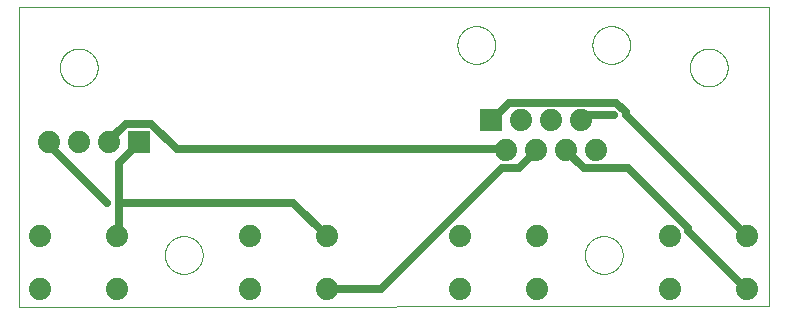
<source format=gtl>
G75*
%MOIN*%
%OFA0B0*%
%FSLAX25Y25*%
%IPPOS*%
%LPD*%
%AMOC8*
5,1,8,0,0,1.08239X$1,22.5*
%
%ADD10C,0.00000*%
%ADD11C,0.07400*%
%ADD12R,0.07400X0.07400*%
%ADD13C,0.02500*%
%ADD14C,0.02700*%
D10*
X0001000Y0001000D02*
X0001000Y0101000D01*
X0251000Y0101000D01*
X0251001Y0001500D01*
X0001000Y0001000D01*
X0049701Y0018500D02*
X0049703Y0018658D01*
X0049709Y0018816D01*
X0049719Y0018974D01*
X0049733Y0019132D01*
X0049751Y0019289D01*
X0049772Y0019446D01*
X0049798Y0019602D01*
X0049828Y0019758D01*
X0049861Y0019913D01*
X0049899Y0020066D01*
X0049940Y0020219D01*
X0049985Y0020371D01*
X0050034Y0020522D01*
X0050087Y0020671D01*
X0050143Y0020819D01*
X0050203Y0020965D01*
X0050267Y0021110D01*
X0050335Y0021253D01*
X0050406Y0021395D01*
X0050480Y0021535D01*
X0050558Y0021672D01*
X0050640Y0021808D01*
X0050724Y0021942D01*
X0050813Y0022073D01*
X0050904Y0022202D01*
X0050999Y0022329D01*
X0051096Y0022454D01*
X0051197Y0022576D01*
X0051301Y0022695D01*
X0051408Y0022812D01*
X0051518Y0022926D01*
X0051631Y0023037D01*
X0051746Y0023146D01*
X0051864Y0023251D01*
X0051985Y0023353D01*
X0052108Y0023453D01*
X0052234Y0023549D01*
X0052362Y0023642D01*
X0052492Y0023732D01*
X0052625Y0023818D01*
X0052760Y0023902D01*
X0052896Y0023981D01*
X0053035Y0024058D01*
X0053176Y0024130D01*
X0053318Y0024200D01*
X0053462Y0024265D01*
X0053608Y0024327D01*
X0053755Y0024385D01*
X0053904Y0024440D01*
X0054054Y0024491D01*
X0054205Y0024538D01*
X0054357Y0024581D01*
X0054510Y0024620D01*
X0054665Y0024656D01*
X0054820Y0024687D01*
X0054976Y0024715D01*
X0055132Y0024739D01*
X0055289Y0024759D01*
X0055447Y0024775D01*
X0055604Y0024787D01*
X0055763Y0024795D01*
X0055921Y0024799D01*
X0056079Y0024799D01*
X0056237Y0024795D01*
X0056396Y0024787D01*
X0056553Y0024775D01*
X0056711Y0024759D01*
X0056868Y0024739D01*
X0057024Y0024715D01*
X0057180Y0024687D01*
X0057335Y0024656D01*
X0057490Y0024620D01*
X0057643Y0024581D01*
X0057795Y0024538D01*
X0057946Y0024491D01*
X0058096Y0024440D01*
X0058245Y0024385D01*
X0058392Y0024327D01*
X0058538Y0024265D01*
X0058682Y0024200D01*
X0058824Y0024130D01*
X0058965Y0024058D01*
X0059104Y0023981D01*
X0059240Y0023902D01*
X0059375Y0023818D01*
X0059508Y0023732D01*
X0059638Y0023642D01*
X0059766Y0023549D01*
X0059892Y0023453D01*
X0060015Y0023353D01*
X0060136Y0023251D01*
X0060254Y0023146D01*
X0060369Y0023037D01*
X0060482Y0022926D01*
X0060592Y0022812D01*
X0060699Y0022695D01*
X0060803Y0022576D01*
X0060904Y0022454D01*
X0061001Y0022329D01*
X0061096Y0022202D01*
X0061187Y0022073D01*
X0061276Y0021942D01*
X0061360Y0021808D01*
X0061442Y0021672D01*
X0061520Y0021535D01*
X0061594Y0021395D01*
X0061665Y0021253D01*
X0061733Y0021110D01*
X0061797Y0020965D01*
X0061857Y0020819D01*
X0061913Y0020671D01*
X0061966Y0020522D01*
X0062015Y0020371D01*
X0062060Y0020219D01*
X0062101Y0020066D01*
X0062139Y0019913D01*
X0062172Y0019758D01*
X0062202Y0019602D01*
X0062228Y0019446D01*
X0062249Y0019289D01*
X0062267Y0019132D01*
X0062281Y0018974D01*
X0062291Y0018816D01*
X0062297Y0018658D01*
X0062299Y0018500D01*
X0062297Y0018342D01*
X0062291Y0018184D01*
X0062281Y0018026D01*
X0062267Y0017868D01*
X0062249Y0017711D01*
X0062228Y0017554D01*
X0062202Y0017398D01*
X0062172Y0017242D01*
X0062139Y0017087D01*
X0062101Y0016934D01*
X0062060Y0016781D01*
X0062015Y0016629D01*
X0061966Y0016478D01*
X0061913Y0016329D01*
X0061857Y0016181D01*
X0061797Y0016035D01*
X0061733Y0015890D01*
X0061665Y0015747D01*
X0061594Y0015605D01*
X0061520Y0015465D01*
X0061442Y0015328D01*
X0061360Y0015192D01*
X0061276Y0015058D01*
X0061187Y0014927D01*
X0061096Y0014798D01*
X0061001Y0014671D01*
X0060904Y0014546D01*
X0060803Y0014424D01*
X0060699Y0014305D01*
X0060592Y0014188D01*
X0060482Y0014074D01*
X0060369Y0013963D01*
X0060254Y0013854D01*
X0060136Y0013749D01*
X0060015Y0013647D01*
X0059892Y0013547D01*
X0059766Y0013451D01*
X0059638Y0013358D01*
X0059508Y0013268D01*
X0059375Y0013182D01*
X0059240Y0013098D01*
X0059104Y0013019D01*
X0058965Y0012942D01*
X0058824Y0012870D01*
X0058682Y0012800D01*
X0058538Y0012735D01*
X0058392Y0012673D01*
X0058245Y0012615D01*
X0058096Y0012560D01*
X0057946Y0012509D01*
X0057795Y0012462D01*
X0057643Y0012419D01*
X0057490Y0012380D01*
X0057335Y0012344D01*
X0057180Y0012313D01*
X0057024Y0012285D01*
X0056868Y0012261D01*
X0056711Y0012241D01*
X0056553Y0012225D01*
X0056396Y0012213D01*
X0056237Y0012205D01*
X0056079Y0012201D01*
X0055921Y0012201D01*
X0055763Y0012205D01*
X0055604Y0012213D01*
X0055447Y0012225D01*
X0055289Y0012241D01*
X0055132Y0012261D01*
X0054976Y0012285D01*
X0054820Y0012313D01*
X0054665Y0012344D01*
X0054510Y0012380D01*
X0054357Y0012419D01*
X0054205Y0012462D01*
X0054054Y0012509D01*
X0053904Y0012560D01*
X0053755Y0012615D01*
X0053608Y0012673D01*
X0053462Y0012735D01*
X0053318Y0012800D01*
X0053176Y0012870D01*
X0053035Y0012942D01*
X0052896Y0013019D01*
X0052760Y0013098D01*
X0052625Y0013182D01*
X0052492Y0013268D01*
X0052362Y0013358D01*
X0052234Y0013451D01*
X0052108Y0013547D01*
X0051985Y0013647D01*
X0051864Y0013749D01*
X0051746Y0013854D01*
X0051631Y0013963D01*
X0051518Y0014074D01*
X0051408Y0014188D01*
X0051301Y0014305D01*
X0051197Y0014424D01*
X0051096Y0014546D01*
X0050999Y0014671D01*
X0050904Y0014798D01*
X0050813Y0014927D01*
X0050724Y0015058D01*
X0050640Y0015192D01*
X0050558Y0015328D01*
X0050480Y0015465D01*
X0050406Y0015605D01*
X0050335Y0015747D01*
X0050267Y0015890D01*
X0050203Y0016035D01*
X0050143Y0016181D01*
X0050087Y0016329D01*
X0050034Y0016478D01*
X0049985Y0016629D01*
X0049940Y0016781D01*
X0049899Y0016934D01*
X0049861Y0017087D01*
X0049828Y0017242D01*
X0049798Y0017398D01*
X0049772Y0017554D01*
X0049751Y0017711D01*
X0049733Y0017868D01*
X0049719Y0018026D01*
X0049709Y0018184D01*
X0049703Y0018342D01*
X0049701Y0018500D01*
X0014701Y0081000D02*
X0014703Y0081158D01*
X0014709Y0081316D01*
X0014719Y0081474D01*
X0014733Y0081632D01*
X0014751Y0081789D01*
X0014772Y0081946D01*
X0014798Y0082102D01*
X0014828Y0082258D01*
X0014861Y0082413D01*
X0014899Y0082566D01*
X0014940Y0082719D01*
X0014985Y0082871D01*
X0015034Y0083022D01*
X0015087Y0083171D01*
X0015143Y0083319D01*
X0015203Y0083465D01*
X0015267Y0083610D01*
X0015335Y0083753D01*
X0015406Y0083895D01*
X0015480Y0084035D01*
X0015558Y0084172D01*
X0015640Y0084308D01*
X0015724Y0084442D01*
X0015813Y0084573D01*
X0015904Y0084702D01*
X0015999Y0084829D01*
X0016096Y0084954D01*
X0016197Y0085076D01*
X0016301Y0085195D01*
X0016408Y0085312D01*
X0016518Y0085426D01*
X0016631Y0085537D01*
X0016746Y0085646D01*
X0016864Y0085751D01*
X0016985Y0085853D01*
X0017108Y0085953D01*
X0017234Y0086049D01*
X0017362Y0086142D01*
X0017492Y0086232D01*
X0017625Y0086318D01*
X0017760Y0086402D01*
X0017896Y0086481D01*
X0018035Y0086558D01*
X0018176Y0086630D01*
X0018318Y0086700D01*
X0018462Y0086765D01*
X0018608Y0086827D01*
X0018755Y0086885D01*
X0018904Y0086940D01*
X0019054Y0086991D01*
X0019205Y0087038D01*
X0019357Y0087081D01*
X0019510Y0087120D01*
X0019665Y0087156D01*
X0019820Y0087187D01*
X0019976Y0087215D01*
X0020132Y0087239D01*
X0020289Y0087259D01*
X0020447Y0087275D01*
X0020604Y0087287D01*
X0020763Y0087295D01*
X0020921Y0087299D01*
X0021079Y0087299D01*
X0021237Y0087295D01*
X0021396Y0087287D01*
X0021553Y0087275D01*
X0021711Y0087259D01*
X0021868Y0087239D01*
X0022024Y0087215D01*
X0022180Y0087187D01*
X0022335Y0087156D01*
X0022490Y0087120D01*
X0022643Y0087081D01*
X0022795Y0087038D01*
X0022946Y0086991D01*
X0023096Y0086940D01*
X0023245Y0086885D01*
X0023392Y0086827D01*
X0023538Y0086765D01*
X0023682Y0086700D01*
X0023824Y0086630D01*
X0023965Y0086558D01*
X0024104Y0086481D01*
X0024240Y0086402D01*
X0024375Y0086318D01*
X0024508Y0086232D01*
X0024638Y0086142D01*
X0024766Y0086049D01*
X0024892Y0085953D01*
X0025015Y0085853D01*
X0025136Y0085751D01*
X0025254Y0085646D01*
X0025369Y0085537D01*
X0025482Y0085426D01*
X0025592Y0085312D01*
X0025699Y0085195D01*
X0025803Y0085076D01*
X0025904Y0084954D01*
X0026001Y0084829D01*
X0026096Y0084702D01*
X0026187Y0084573D01*
X0026276Y0084442D01*
X0026360Y0084308D01*
X0026442Y0084172D01*
X0026520Y0084035D01*
X0026594Y0083895D01*
X0026665Y0083753D01*
X0026733Y0083610D01*
X0026797Y0083465D01*
X0026857Y0083319D01*
X0026913Y0083171D01*
X0026966Y0083022D01*
X0027015Y0082871D01*
X0027060Y0082719D01*
X0027101Y0082566D01*
X0027139Y0082413D01*
X0027172Y0082258D01*
X0027202Y0082102D01*
X0027228Y0081946D01*
X0027249Y0081789D01*
X0027267Y0081632D01*
X0027281Y0081474D01*
X0027291Y0081316D01*
X0027297Y0081158D01*
X0027299Y0081000D01*
X0027297Y0080842D01*
X0027291Y0080684D01*
X0027281Y0080526D01*
X0027267Y0080368D01*
X0027249Y0080211D01*
X0027228Y0080054D01*
X0027202Y0079898D01*
X0027172Y0079742D01*
X0027139Y0079587D01*
X0027101Y0079434D01*
X0027060Y0079281D01*
X0027015Y0079129D01*
X0026966Y0078978D01*
X0026913Y0078829D01*
X0026857Y0078681D01*
X0026797Y0078535D01*
X0026733Y0078390D01*
X0026665Y0078247D01*
X0026594Y0078105D01*
X0026520Y0077965D01*
X0026442Y0077828D01*
X0026360Y0077692D01*
X0026276Y0077558D01*
X0026187Y0077427D01*
X0026096Y0077298D01*
X0026001Y0077171D01*
X0025904Y0077046D01*
X0025803Y0076924D01*
X0025699Y0076805D01*
X0025592Y0076688D01*
X0025482Y0076574D01*
X0025369Y0076463D01*
X0025254Y0076354D01*
X0025136Y0076249D01*
X0025015Y0076147D01*
X0024892Y0076047D01*
X0024766Y0075951D01*
X0024638Y0075858D01*
X0024508Y0075768D01*
X0024375Y0075682D01*
X0024240Y0075598D01*
X0024104Y0075519D01*
X0023965Y0075442D01*
X0023824Y0075370D01*
X0023682Y0075300D01*
X0023538Y0075235D01*
X0023392Y0075173D01*
X0023245Y0075115D01*
X0023096Y0075060D01*
X0022946Y0075009D01*
X0022795Y0074962D01*
X0022643Y0074919D01*
X0022490Y0074880D01*
X0022335Y0074844D01*
X0022180Y0074813D01*
X0022024Y0074785D01*
X0021868Y0074761D01*
X0021711Y0074741D01*
X0021553Y0074725D01*
X0021396Y0074713D01*
X0021237Y0074705D01*
X0021079Y0074701D01*
X0020921Y0074701D01*
X0020763Y0074705D01*
X0020604Y0074713D01*
X0020447Y0074725D01*
X0020289Y0074741D01*
X0020132Y0074761D01*
X0019976Y0074785D01*
X0019820Y0074813D01*
X0019665Y0074844D01*
X0019510Y0074880D01*
X0019357Y0074919D01*
X0019205Y0074962D01*
X0019054Y0075009D01*
X0018904Y0075060D01*
X0018755Y0075115D01*
X0018608Y0075173D01*
X0018462Y0075235D01*
X0018318Y0075300D01*
X0018176Y0075370D01*
X0018035Y0075442D01*
X0017896Y0075519D01*
X0017760Y0075598D01*
X0017625Y0075682D01*
X0017492Y0075768D01*
X0017362Y0075858D01*
X0017234Y0075951D01*
X0017108Y0076047D01*
X0016985Y0076147D01*
X0016864Y0076249D01*
X0016746Y0076354D01*
X0016631Y0076463D01*
X0016518Y0076574D01*
X0016408Y0076688D01*
X0016301Y0076805D01*
X0016197Y0076924D01*
X0016096Y0077046D01*
X0015999Y0077171D01*
X0015904Y0077298D01*
X0015813Y0077427D01*
X0015724Y0077558D01*
X0015640Y0077692D01*
X0015558Y0077828D01*
X0015480Y0077965D01*
X0015406Y0078105D01*
X0015335Y0078247D01*
X0015267Y0078390D01*
X0015203Y0078535D01*
X0015143Y0078681D01*
X0015087Y0078829D01*
X0015034Y0078978D01*
X0014985Y0079129D01*
X0014940Y0079281D01*
X0014899Y0079434D01*
X0014861Y0079587D01*
X0014828Y0079742D01*
X0014798Y0079898D01*
X0014772Y0080054D01*
X0014751Y0080211D01*
X0014733Y0080368D01*
X0014719Y0080526D01*
X0014709Y0080684D01*
X0014703Y0080842D01*
X0014701Y0081000D01*
X0147201Y0088500D02*
X0147203Y0088658D01*
X0147209Y0088816D01*
X0147219Y0088974D01*
X0147233Y0089132D01*
X0147251Y0089289D01*
X0147272Y0089446D01*
X0147298Y0089602D01*
X0147328Y0089758D01*
X0147361Y0089913D01*
X0147399Y0090066D01*
X0147440Y0090219D01*
X0147485Y0090371D01*
X0147534Y0090522D01*
X0147587Y0090671D01*
X0147643Y0090819D01*
X0147703Y0090965D01*
X0147767Y0091110D01*
X0147835Y0091253D01*
X0147906Y0091395D01*
X0147980Y0091535D01*
X0148058Y0091672D01*
X0148140Y0091808D01*
X0148224Y0091942D01*
X0148313Y0092073D01*
X0148404Y0092202D01*
X0148499Y0092329D01*
X0148596Y0092454D01*
X0148697Y0092576D01*
X0148801Y0092695D01*
X0148908Y0092812D01*
X0149018Y0092926D01*
X0149131Y0093037D01*
X0149246Y0093146D01*
X0149364Y0093251D01*
X0149485Y0093353D01*
X0149608Y0093453D01*
X0149734Y0093549D01*
X0149862Y0093642D01*
X0149992Y0093732D01*
X0150125Y0093818D01*
X0150260Y0093902D01*
X0150396Y0093981D01*
X0150535Y0094058D01*
X0150676Y0094130D01*
X0150818Y0094200D01*
X0150962Y0094265D01*
X0151108Y0094327D01*
X0151255Y0094385D01*
X0151404Y0094440D01*
X0151554Y0094491D01*
X0151705Y0094538D01*
X0151857Y0094581D01*
X0152010Y0094620D01*
X0152165Y0094656D01*
X0152320Y0094687D01*
X0152476Y0094715D01*
X0152632Y0094739D01*
X0152789Y0094759D01*
X0152947Y0094775D01*
X0153104Y0094787D01*
X0153263Y0094795D01*
X0153421Y0094799D01*
X0153579Y0094799D01*
X0153737Y0094795D01*
X0153896Y0094787D01*
X0154053Y0094775D01*
X0154211Y0094759D01*
X0154368Y0094739D01*
X0154524Y0094715D01*
X0154680Y0094687D01*
X0154835Y0094656D01*
X0154990Y0094620D01*
X0155143Y0094581D01*
X0155295Y0094538D01*
X0155446Y0094491D01*
X0155596Y0094440D01*
X0155745Y0094385D01*
X0155892Y0094327D01*
X0156038Y0094265D01*
X0156182Y0094200D01*
X0156324Y0094130D01*
X0156465Y0094058D01*
X0156604Y0093981D01*
X0156740Y0093902D01*
X0156875Y0093818D01*
X0157008Y0093732D01*
X0157138Y0093642D01*
X0157266Y0093549D01*
X0157392Y0093453D01*
X0157515Y0093353D01*
X0157636Y0093251D01*
X0157754Y0093146D01*
X0157869Y0093037D01*
X0157982Y0092926D01*
X0158092Y0092812D01*
X0158199Y0092695D01*
X0158303Y0092576D01*
X0158404Y0092454D01*
X0158501Y0092329D01*
X0158596Y0092202D01*
X0158687Y0092073D01*
X0158776Y0091942D01*
X0158860Y0091808D01*
X0158942Y0091672D01*
X0159020Y0091535D01*
X0159094Y0091395D01*
X0159165Y0091253D01*
X0159233Y0091110D01*
X0159297Y0090965D01*
X0159357Y0090819D01*
X0159413Y0090671D01*
X0159466Y0090522D01*
X0159515Y0090371D01*
X0159560Y0090219D01*
X0159601Y0090066D01*
X0159639Y0089913D01*
X0159672Y0089758D01*
X0159702Y0089602D01*
X0159728Y0089446D01*
X0159749Y0089289D01*
X0159767Y0089132D01*
X0159781Y0088974D01*
X0159791Y0088816D01*
X0159797Y0088658D01*
X0159799Y0088500D01*
X0159797Y0088342D01*
X0159791Y0088184D01*
X0159781Y0088026D01*
X0159767Y0087868D01*
X0159749Y0087711D01*
X0159728Y0087554D01*
X0159702Y0087398D01*
X0159672Y0087242D01*
X0159639Y0087087D01*
X0159601Y0086934D01*
X0159560Y0086781D01*
X0159515Y0086629D01*
X0159466Y0086478D01*
X0159413Y0086329D01*
X0159357Y0086181D01*
X0159297Y0086035D01*
X0159233Y0085890D01*
X0159165Y0085747D01*
X0159094Y0085605D01*
X0159020Y0085465D01*
X0158942Y0085328D01*
X0158860Y0085192D01*
X0158776Y0085058D01*
X0158687Y0084927D01*
X0158596Y0084798D01*
X0158501Y0084671D01*
X0158404Y0084546D01*
X0158303Y0084424D01*
X0158199Y0084305D01*
X0158092Y0084188D01*
X0157982Y0084074D01*
X0157869Y0083963D01*
X0157754Y0083854D01*
X0157636Y0083749D01*
X0157515Y0083647D01*
X0157392Y0083547D01*
X0157266Y0083451D01*
X0157138Y0083358D01*
X0157008Y0083268D01*
X0156875Y0083182D01*
X0156740Y0083098D01*
X0156604Y0083019D01*
X0156465Y0082942D01*
X0156324Y0082870D01*
X0156182Y0082800D01*
X0156038Y0082735D01*
X0155892Y0082673D01*
X0155745Y0082615D01*
X0155596Y0082560D01*
X0155446Y0082509D01*
X0155295Y0082462D01*
X0155143Y0082419D01*
X0154990Y0082380D01*
X0154835Y0082344D01*
X0154680Y0082313D01*
X0154524Y0082285D01*
X0154368Y0082261D01*
X0154211Y0082241D01*
X0154053Y0082225D01*
X0153896Y0082213D01*
X0153737Y0082205D01*
X0153579Y0082201D01*
X0153421Y0082201D01*
X0153263Y0082205D01*
X0153104Y0082213D01*
X0152947Y0082225D01*
X0152789Y0082241D01*
X0152632Y0082261D01*
X0152476Y0082285D01*
X0152320Y0082313D01*
X0152165Y0082344D01*
X0152010Y0082380D01*
X0151857Y0082419D01*
X0151705Y0082462D01*
X0151554Y0082509D01*
X0151404Y0082560D01*
X0151255Y0082615D01*
X0151108Y0082673D01*
X0150962Y0082735D01*
X0150818Y0082800D01*
X0150676Y0082870D01*
X0150535Y0082942D01*
X0150396Y0083019D01*
X0150260Y0083098D01*
X0150125Y0083182D01*
X0149992Y0083268D01*
X0149862Y0083358D01*
X0149734Y0083451D01*
X0149608Y0083547D01*
X0149485Y0083647D01*
X0149364Y0083749D01*
X0149246Y0083854D01*
X0149131Y0083963D01*
X0149018Y0084074D01*
X0148908Y0084188D01*
X0148801Y0084305D01*
X0148697Y0084424D01*
X0148596Y0084546D01*
X0148499Y0084671D01*
X0148404Y0084798D01*
X0148313Y0084927D01*
X0148224Y0085058D01*
X0148140Y0085192D01*
X0148058Y0085328D01*
X0147980Y0085465D01*
X0147906Y0085605D01*
X0147835Y0085747D01*
X0147767Y0085890D01*
X0147703Y0086035D01*
X0147643Y0086181D01*
X0147587Y0086329D01*
X0147534Y0086478D01*
X0147485Y0086629D01*
X0147440Y0086781D01*
X0147399Y0086934D01*
X0147361Y0087087D01*
X0147328Y0087242D01*
X0147298Y0087398D01*
X0147272Y0087554D01*
X0147251Y0087711D01*
X0147233Y0087868D01*
X0147219Y0088026D01*
X0147209Y0088184D01*
X0147203Y0088342D01*
X0147201Y0088500D01*
X0192201Y0088500D02*
X0192203Y0088658D01*
X0192209Y0088816D01*
X0192219Y0088974D01*
X0192233Y0089132D01*
X0192251Y0089289D01*
X0192272Y0089446D01*
X0192298Y0089602D01*
X0192328Y0089758D01*
X0192361Y0089913D01*
X0192399Y0090066D01*
X0192440Y0090219D01*
X0192485Y0090371D01*
X0192534Y0090522D01*
X0192587Y0090671D01*
X0192643Y0090819D01*
X0192703Y0090965D01*
X0192767Y0091110D01*
X0192835Y0091253D01*
X0192906Y0091395D01*
X0192980Y0091535D01*
X0193058Y0091672D01*
X0193140Y0091808D01*
X0193224Y0091942D01*
X0193313Y0092073D01*
X0193404Y0092202D01*
X0193499Y0092329D01*
X0193596Y0092454D01*
X0193697Y0092576D01*
X0193801Y0092695D01*
X0193908Y0092812D01*
X0194018Y0092926D01*
X0194131Y0093037D01*
X0194246Y0093146D01*
X0194364Y0093251D01*
X0194485Y0093353D01*
X0194608Y0093453D01*
X0194734Y0093549D01*
X0194862Y0093642D01*
X0194992Y0093732D01*
X0195125Y0093818D01*
X0195260Y0093902D01*
X0195396Y0093981D01*
X0195535Y0094058D01*
X0195676Y0094130D01*
X0195818Y0094200D01*
X0195962Y0094265D01*
X0196108Y0094327D01*
X0196255Y0094385D01*
X0196404Y0094440D01*
X0196554Y0094491D01*
X0196705Y0094538D01*
X0196857Y0094581D01*
X0197010Y0094620D01*
X0197165Y0094656D01*
X0197320Y0094687D01*
X0197476Y0094715D01*
X0197632Y0094739D01*
X0197789Y0094759D01*
X0197947Y0094775D01*
X0198104Y0094787D01*
X0198263Y0094795D01*
X0198421Y0094799D01*
X0198579Y0094799D01*
X0198737Y0094795D01*
X0198896Y0094787D01*
X0199053Y0094775D01*
X0199211Y0094759D01*
X0199368Y0094739D01*
X0199524Y0094715D01*
X0199680Y0094687D01*
X0199835Y0094656D01*
X0199990Y0094620D01*
X0200143Y0094581D01*
X0200295Y0094538D01*
X0200446Y0094491D01*
X0200596Y0094440D01*
X0200745Y0094385D01*
X0200892Y0094327D01*
X0201038Y0094265D01*
X0201182Y0094200D01*
X0201324Y0094130D01*
X0201465Y0094058D01*
X0201604Y0093981D01*
X0201740Y0093902D01*
X0201875Y0093818D01*
X0202008Y0093732D01*
X0202138Y0093642D01*
X0202266Y0093549D01*
X0202392Y0093453D01*
X0202515Y0093353D01*
X0202636Y0093251D01*
X0202754Y0093146D01*
X0202869Y0093037D01*
X0202982Y0092926D01*
X0203092Y0092812D01*
X0203199Y0092695D01*
X0203303Y0092576D01*
X0203404Y0092454D01*
X0203501Y0092329D01*
X0203596Y0092202D01*
X0203687Y0092073D01*
X0203776Y0091942D01*
X0203860Y0091808D01*
X0203942Y0091672D01*
X0204020Y0091535D01*
X0204094Y0091395D01*
X0204165Y0091253D01*
X0204233Y0091110D01*
X0204297Y0090965D01*
X0204357Y0090819D01*
X0204413Y0090671D01*
X0204466Y0090522D01*
X0204515Y0090371D01*
X0204560Y0090219D01*
X0204601Y0090066D01*
X0204639Y0089913D01*
X0204672Y0089758D01*
X0204702Y0089602D01*
X0204728Y0089446D01*
X0204749Y0089289D01*
X0204767Y0089132D01*
X0204781Y0088974D01*
X0204791Y0088816D01*
X0204797Y0088658D01*
X0204799Y0088500D01*
X0204797Y0088342D01*
X0204791Y0088184D01*
X0204781Y0088026D01*
X0204767Y0087868D01*
X0204749Y0087711D01*
X0204728Y0087554D01*
X0204702Y0087398D01*
X0204672Y0087242D01*
X0204639Y0087087D01*
X0204601Y0086934D01*
X0204560Y0086781D01*
X0204515Y0086629D01*
X0204466Y0086478D01*
X0204413Y0086329D01*
X0204357Y0086181D01*
X0204297Y0086035D01*
X0204233Y0085890D01*
X0204165Y0085747D01*
X0204094Y0085605D01*
X0204020Y0085465D01*
X0203942Y0085328D01*
X0203860Y0085192D01*
X0203776Y0085058D01*
X0203687Y0084927D01*
X0203596Y0084798D01*
X0203501Y0084671D01*
X0203404Y0084546D01*
X0203303Y0084424D01*
X0203199Y0084305D01*
X0203092Y0084188D01*
X0202982Y0084074D01*
X0202869Y0083963D01*
X0202754Y0083854D01*
X0202636Y0083749D01*
X0202515Y0083647D01*
X0202392Y0083547D01*
X0202266Y0083451D01*
X0202138Y0083358D01*
X0202008Y0083268D01*
X0201875Y0083182D01*
X0201740Y0083098D01*
X0201604Y0083019D01*
X0201465Y0082942D01*
X0201324Y0082870D01*
X0201182Y0082800D01*
X0201038Y0082735D01*
X0200892Y0082673D01*
X0200745Y0082615D01*
X0200596Y0082560D01*
X0200446Y0082509D01*
X0200295Y0082462D01*
X0200143Y0082419D01*
X0199990Y0082380D01*
X0199835Y0082344D01*
X0199680Y0082313D01*
X0199524Y0082285D01*
X0199368Y0082261D01*
X0199211Y0082241D01*
X0199053Y0082225D01*
X0198896Y0082213D01*
X0198737Y0082205D01*
X0198579Y0082201D01*
X0198421Y0082201D01*
X0198263Y0082205D01*
X0198104Y0082213D01*
X0197947Y0082225D01*
X0197789Y0082241D01*
X0197632Y0082261D01*
X0197476Y0082285D01*
X0197320Y0082313D01*
X0197165Y0082344D01*
X0197010Y0082380D01*
X0196857Y0082419D01*
X0196705Y0082462D01*
X0196554Y0082509D01*
X0196404Y0082560D01*
X0196255Y0082615D01*
X0196108Y0082673D01*
X0195962Y0082735D01*
X0195818Y0082800D01*
X0195676Y0082870D01*
X0195535Y0082942D01*
X0195396Y0083019D01*
X0195260Y0083098D01*
X0195125Y0083182D01*
X0194992Y0083268D01*
X0194862Y0083358D01*
X0194734Y0083451D01*
X0194608Y0083547D01*
X0194485Y0083647D01*
X0194364Y0083749D01*
X0194246Y0083854D01*
X0194131Y0083963D01*
X0194018Y0084074D01*
X0193908Y0084188D01*
X0193801Y0084305D01*
X0193697Y0084424D01*
X0193596Y0084546D01*
X0193499Y0084671D01*
X0193404Y0084798D01*
X0193313Y0084927D01*
X0193224Y0085058D01*
X0193140Y0085192D01*
X0193058Y0085328D01*
X0192980Y0085465D01*
X0192906Y0085605D01*
X0192835Y0085747D01*
X0192767Y0085890D01*
X0192703Y0086035D01*
X0192643Y0086181D01*
X0192587Y0086329D01*
X0192534Y0086478D01*
X0192485Y0086629D01*
X0192440Y0086781D01*
X0192399Y0086934D01*
X0192361Y0087087D01*
X0192328Y0087242D01*
X0192298Y0087398D01*
X0192272Y0087554D01*
X0192251Y0087711D01*
X0192233Y0087868D01*
X0192219Y0088026D01*
X0192209Y0088184D01*
X0192203Y0088342D01*
X0192201Y0088500D01*
X0224701Y0081000D02*
X0224703Y0081158D01*
X0224709Y0081316D01*
X0224719Y0081474D01*
X0224733Y0081632D01*
X0224751Y0081789D01*
X0224772Y0081946D01*
X0224798Y0082102D01*
X0224828Y0082258D01*
X0224861Y0082413D01*
X0224899Y0082566D01*
X0224940Y0082719D01*
X0224985Y0082871D01*
X0225034Y0083022D01*
X0225087Y0083171D01*
X0225143Y0083319D01*
X0225203Y0083465D01*
X0225267Y0083610D01*
X0225335Y0083753D01*
X0225406Y0083895D01*
X0225480Y0084035D01*
X0225558Y0084172D01*
X0225640Y0084308D01*
X0225724Y0084442D01*
X0225813Y0084573D01*
X0225904Y0084702D01*
X0225999Y0084829D01*
X0226096Y0084954D01*
X0226197Y0085076D01*
X0226301Y0085195D01*
X0226408Y0085312D01*
X0226518Y0085426D01*
X0226631Y0085537D01*
X0226746Y0085646D01*
X0226864Y0085751D01*
X0226985Y0085853D01*
X0227108Y0085953D01*
X0227234Y0086049D01*
X0227362Y0086142D01*
X0227492Y0086232D01*
X0227625Y0086318D01*
X0227760Y0086402D01*
X0227896Y0086481D01*
X0228035Y0086558D01*
X0228176Y0086630D01*
X0228318Y0086700D01*
X0228462Y0086765D01*
X0228608Y0086827D01*
X0228755Y0086885D01*
X0228904Y0086940D01*
X0229054Y0086991D01*
X0229205Y0087038D01*
X0229357Y0087081D01*
X0229510Y0087120D01*
X0229665Y0087156D01*
X0229820Y0087187D01*
X0229976Y0087215D01*
X0230132Y0087239D01*
X0230289Y0087259D01*
X0230447Y0087275D01*
X0230604Y0087287D01*
X0230763Y0087295D01*
X0230921Y0087299D01*
X0231079Y0087299D01*
X0231237Y0087295D01*
X0231396Y0087287D01*
X0231553Y0087275D01*
X0231711Y0087259D01*
X0231868Y0087239D01*
X0232024Y0087215D01*
X0232180Y0087187D01*
X0232335Y0087156D01*
X0232490Y0087120D01*
X0232643Y0087081D01*
X0232795Y0087038D01*
X0232946Y0086991D01*
X0233096Y0086940D01*
X0233245Y0086885D01*
X0233392Y0086827D01*
X0233538Y0086765D01*
X0233682Y0086700D01*
X0233824Y0086630D01*
X0233965Y0086558D01*
X0234104Y0086481D01*
X0234240Y0086402D01*
X0234375Y0086318D01*
X0234508Y0086232D01*
X0234638Y0086142D01*
X0234766Y0086049D01*
X0234892Y0085953D01*
X0235015Y0085853D01*
X0235136Y0085751D01*
X0235254Y0085646D01*
X0235369Y0085537D01*
X0235482Y0085426D01*
X0235592Y0085312D01*
X0235699Y0085195D01*
X0235803Y0085076D01*
X0235904Y0084954D01*
X0236001Y0084829D01*
X0236096Y0084702D01*
X0236187Y0084573D01*
X0236276Y0084442D01*
X0236360Y0084308D01*
X0236442Y0084172D01*
X0236520Y0084035D01*
X0236594Y0083895D01*
X0236665Y0083753D01*
X0236733Y0083610D01*
X0236797Y0083465D01*
X0236857Y0083319D01*
X0236913Y0083171D01*
X0236966Y0083022D01*
X0237015Y0082871D01*
X0237060Y0082719D01*
X0237101Y0082566D01*
X0237139Y0082413D01*
X0237172Y0082258D01*
X0237202Y0082102D01*
X0237228Y0081946D01*
X0237249Y0081789D01*
X0237267Y0081632D01*
X0237281Y0081474D01*
X0237291Y0081316D01*
X0237297Y0081158D01*
X0237299Y0081000D01*
X0237297Y0080842D01*
X0237291Y0080684D01*
X0237281Y0080526D01*
X0237267Y0080368D01*
X0237249Y0080211D01*
X0237228Y0080054D01*
X0237202Y0079898D01*
X0237172Y0079742D01*
X0237139Y0079587D01*
X0237101Y0079434D01*
X0237060Y0079281D01*
X0237015Y0079129D01*
X0236966Y0078978D01*
X0236913Y0078829D01*
X0236857Y0078681D01*
X0236797Y0078535D01*
X0236733Y0078390D01*
X0236665Y0078247D01*
X0236594Y0078105D01*
X0236520Y0077965D01*
X0236442Y0077828D01*
X0236360Y0077692D01*
X0236276Y0077558D01*
X0236187Y0077427D01*
X0236096Y0077298D01*
X0236001Y0077171D01*
X0235904Y0077046D01*
X0235803Y0076924D01*
X0235699Y0076805D01*
X0235592Y0076688D01*
X0235482Y0076574D01*
X0235369Y0076463D01*
X0235254Y0076354D01*
X0235136Y0076249D01*
X0235015Y0076147D01*
X0234892Y0076047D01*
X0234766Y0075951D01*
X0234638Y0075858D01*
X0234508Y0075768D01*
X0234375Y0075682D01*
X0234240Y0075598D01*
X0234104Y0075519D01*
X0233965Y0075442D01*
X0233824Y0075370D01*
X0233682Y0075300D01*
X0233538Y0075235D01*
X0233392Y0075173D01*
X0233245Y0075115D01*
X0233096Y0075060D01*
X0232946Y0075009D01*
X0232795Y0074962D01*
X0232643Y0074919D01*
X0232490Y0074880D01*
X0232335Y0074844D01*
X0232180Y0074813D01*
X0232024Y0074785D01*
X0231868Y0074761D01*
X0231711Y0074741D01*
X0231553Y0074725D01*
X0231396Y0074713D01*
X0231237Y0074705D01*
X0231079Y0074701D01*
X0230921Y0074701D01*
X0230763Y0074705D01*
X0230604Y0074713D01*
X0230447Y0074725D01*
X0230289Y0074741D01*
X0230132Y0074761D01*
X0229976Y0074785D01*
X0229820Y0074813D01*
X0229665Y0074844D01*
X0229510Y0074880D01*
X0229357Y0074919D01*
X0229205Y0074962D01*
X0229054Y0075009D01*
X0228904Y0075060D01*
X0228755Y0075115D01*
X0228608Y0075173D01*
X0228462Y0075235D01*
X0228318Y0075300D01*
X0228176Y0075370D01*
X0228035Y0075442D01*
X0227896Y0075519D01*
X0227760Y0075598D01*
X0227625Y0075682D01*
X0227492Y0075768D01*
X0227362Y0075858D01*
X0227234Y0075951D01*
X0227108Y0076047D01*
X0226985Y0076147D01*
X0226864Y0076249D01*
X0226746Y0076354D01*
X0226631Y0076463D01*
X0226518Y0076574D01*
X0226408Y0076688D01*
X0226301Y0076805D01*
X0226197Y0076924D01*
X0226096Y0077046D01*
X0225999Y0077171D01*
X0225904Y0077298D01*
X0225813Y0077427D01*
X0225724Y0077558D01*
X0225640Y0077692D01*
X0225558Y0077828D01*
X0225480Y0077965D01*
X0225406Y0078105D01*
X0225335Y0078247D01*
X0225267Y0078390D01*
X0225203Y0078535D01*
X0225143Y0078681D01*
X0225087Y0078829D01*
X0225034Y0078978D01*
X0224985Y0079129D01*
X0224940Y0079281D01*
X0224899Y0079434D01*
X0224861Y0079587D01*
X0224828Y0079742D01*
X0224798Y0079898D01*
X0224772Y0080054D01*
X0224751Y0080211D01*
X0224733Y0080368D01*
X0224719Y0080526D01*
X0224709Y0080684D01*
X0224703Y0080842D01*
X0224701Y0081000D01*
X0189701Y0018500D02*
X0189703Y0018658D01*
X0189709Y0018816D01*
X0189719Y0018974D01*
X0189733Y0019132D01*
X0189751Y0019289D01*
X0189772Y0019446D01*
X0189798Y0019602D01*
X0189828Y0019758D01*
X0189861Y0019913D01*
X0189899Y0020066D01*
X0189940Y0020219D01*
X0189985Y0020371D01*
X0190034Y0020522D01*
X0190087Y0020671D01*
X0190143Y0020819D01*
X0190203Y0020965D01*
X0190267Y0021110D01*
X0190335Y0021253D01*
X0190406Y0021395D01*
X0190480Y0021535D01*
X0190558Y0021672D01*
X0190640Y0021808D01*
X0190724Y0021942D01*
X0190813Y0022073D01*
X0190904Y0022202D01*
X0190999Y0022329D01*
X0191096Y0022454D01*
X0191197Y0022576D01*
X0191301Y0022695D01*
X0191408Y0022812D01*
X0191518Y0022926D01*
X0191631Y0023037D01*
X0191746Y0023146D01*
X0191864Y0023251D01*
X0191985Y0023353D01*
X0192108Y0023453D01*
X0192234Y0023549D01*
X0192362Y0023642D01*
X0192492Y0023732D01*
X0192625Y0023818D01*
X0192760Y0023902D01*
X0192896Y0023981D01*
X0193035Y0024058D01*
X0193176Y0024130D01*
X0193318Y0024200D01*
X0193462Y0024265D01*
X0193608Y0024327D01*
X0193755Y0024385D01*
X0193904Y0024440D01*
X0194054Y0024491D01*
X0194205Y0024538D01*
X0194357Y0024581D01*
X0194510Y0024620D01*
X0194665Y0024656D01*
X0194820Y0024687D01*
X0194976Y0024715D01*
X0195132Y0024739D01*
X0195289Y0024759D01*
X0195447Y0024775D01*
X0195604Y0024787D01*
X0195763Y0024795D01*
X0195921Y0024799D01*
X0196079Y0024799D01*
X0196237Y0024795D01*
X0196396Y0024787D01*
X0196553Y0024775D01*
X0196711Y0024759D01*
X0196868Y0024739D01*
X0197024Y0024715D01*
X0197180Y0024687D01*
X0197335Y0024656D01*
X0197490Y0024620D01*
X0197643Y0024581D01*
X0197795Y0024538D01*
X0197946Y0024491D01*
X0198096Y0024440D01*
X0198245Y0024385D01*
X0198392Y0024327D01*
X0198538Y0024265D01*
X0198682Y0024200D01*
X0198824Y0024130D01*
X0198965Y0024058D01*
X0199104Y0023981D01*
X0199240Y0023902D01*
X0199375Y0023818D01*
X0199508Y0023732D01*
X0199638Y0023642D01*
X0199766Y0023549D01*
X0199892Y0023453D01*
X0200015Y0023353D01*
X0200136Y0023251D01*
X0200254Y0023146D01*
X0200369Y0023037D01*
X0200482Y0022926D01*
X0200592Y0022812D01*
X0200699Y0022695D01*
X0200803Y0022576D01*
X0200904Y0022454D01*
X0201001Y0022329D01*
X0201096Y0022202D01*
X0201187Y0022073D01*
X0201276Y0021942D01*
X0201360Y0021808D01*
X0201442Y0021672D01*
X0201520Y0021535D01*
X0201594Y0021395D01*
X0201665Y0021253D01*
X0201733Y0021110D01*
X0201797Y0020965D01*
X0201857Y0020819D01*
X0201913Y0020671D01*
X0201966Y0020522D01*
X0202015Y0020371D01*
X0202060Y0020219D01*
X0202101Y0020066D01*
X0202139Y0019913D01*
X0202172Y0019758D01*
X0202202Y0019602D01*
X0202228Y0019446D01*
X0202249Y0019289D01*
X0202267Y0019132D01*
X0202281Y0018974D01*
X0202291Y0018816D01*
X0202297Y0018658D01*
X0202299Y0018500D01*
X0202297Y0018342D01*
X0202291Y0018184D01*
X0202281Y0018026D01*
X0202267Y0017868D01*
X0202249Y0017711D01*
X0202228Y0017554D01*
X0202202Y0017398D01*
X0202172Y0017242D01*
X0202139Y0017087D01*
X0202101Y0016934D01*
X0202060Y0016781D01*
X0202015Y0016629D01*
X0201966Y0016478D01*
X0201913Y0016329D01*
X0201857Y0016181D01*
X0201797Y0016035D01*
X0201733Y0015890D01*
X0201665Y0015747D01*
X0201594Y0015605D01*
X0201520Y0015465D01*
X0201442Y0015328D01*
X0201360Y0015192D01*
X0201276Y0015058D01*
X0201187Y0014927D01*
X0201096Y0014798D01*
X0201001Y0014671D01*
X0200904Y0014546D01*
X0200803Y0014424D01*
X0200699Y0014305D01*
X0200592Y0014188D01*
X0200482Y0014074D01*
X0200369Y0013963D01*
X0200254Y0013854D01*
X0200136Y0013749D01*
X0200015Y0013647D01*
X0199892Y0013547D01*
X0199766Y0013451D01*
X0199638Y0013358D01*
X0199508Y0013268D01*
X0199375Y0013182D01*
X0199240Y0013098D01*
X0199104Y0013019D01*
X0198965Y0012942D01*
X0198824Y0012870D01*
X0198682Y0012800D01*
X0198538Y0012735D01*
X0198392Y0012673D01*
X0198245Y0012615D01*
X0198096Y0012560D01*
X0197946Y0012509D01*
X0197795Y0012462D01*
X0197643Y0012419D01*
X0197490Y0012380D01*
X0197335Y0012344D01*
X0197180Y0012313D01*
X0197024Y0012285D01*
X0196868Y0012261D01*
X0196711Y0012241D01*
X0196553Y0012225D01*
X0196396Y0012213D01*
X0196237Y0012205D01*
X0196079Y0012201D01*
X0195921Y0012201D01*
X0195763Y0012205D01*
X0195604Y0012213D01*
X0195447Y0012225D01*
X0195289Y0012241D01*
X0195132Y0012261D01*
X0194976Y0012285D01*
X0194820Y0012313D01*
X0194665Y0012344D01*
X0194510Y0012380D01*
X0194357Y0012419D01*
X0194205Y0012462D01*
X0194054Y0012509D01*
X0193904Y0012560D01*
X0193755Y0012615D01*
X0193608Y0012673D01*
X0193462Y0012735D01*
X0193318Y0012800D01*
X0193176Y0012870D01*
X0193035Y0012942D01*
X0192896Y0013019D01*
X0192760Y0013098D01*
X0192625Y0013182D01*
X0192492Y0013268D01*
X0192362Y0013358D01*
X0192234Y0013451D01*
X0192108Y0013547D01*
X0191985Y0013647D01*
X0191864Y0013749D01*
X0191746Y0013854D01*
X0191631Y0013963D01*
X0191518Y0014074D01*
X0191408Y0014188D01*
X0191301Y0014305D01*
X0191197Y0014424D01*
X0191096Y0014546D01*
X0190999Y0014671D01*
X0190904Y0014798D01*
X0190813Y0014927D01*
X0190724Y0015058D01*
X0190640Y0015192D01*
X0190558Y0015328D01*
X0190480Y0015465D01*
X0190406Y0015605D01*
X0190335Y0015747D01*
X0190267Y0015890D01*
X0190203Y0016035D01*
X0190143Y0016181D01*
X0190087Y0016329D01*
X0190034Y0016478D01*
X0189985Y0016629D01*
X0189940Y0016781D01*
X0189899Y0016934D01*
X0189861Y0017087D01*
X0189828Y0017242D01*
X0189798Y0017398D01*
X0189772Y0017554D01*
X0189751Y0017711D01*
X0189733Y0017868D01*
X0189719Y0018026D01*
X0189709Y0018184D01*
X0189703Y0018342D01*
X0189701Y0018500D01*
D11*
X0173800Y0024900D03*
X0148200Y0024900D03*
X0148200Y0007100D03*
X0173800Y0007100D03*
X0218200Y0007100D03*
X0243800Y0007100D03*
X0243800Y0024900D03*
X0218200Y0024900D03*
X0193500Y0053500D03*
X0183500Y0053500D03*
X0173500Y0053500D03*
X0163500Y0053500D03*
X0168500Y0063500D03*
X0178500Y0063500D03*
X0188500Y0063500D03*
X0103800Y0024900D03*
X0078200Y0024900D03*
X0078200Y0007100D03*
X0103800Y0007100D03*
X0033800Y0007100D03*
X0008200Y0007100D03*
X0008200Y0024900D03*
X0033800Y0024900D03*
X0031000Y0056000D03*
X0021000Y0056000D03*
X0011000Y0056000D03*
D12*
X0041000Y0056000D03*
X0158500Y0063500D03*
D13*
X0159100Y0063775D01*
X0164525Y0069200D01*
X0200175Y0069200D01*
X0203275Y0066100D01*
X0203275Y0065325D01*
X0243575Y0025025D01*
X0243800Y0024900D01*
X0243575Y0007200D02*
X0224200Y0026575D01*
X0224200Y0027350D01*
X0204050Y0047500D01*
X0189325Y0047500D01*
X0183900Y0052925D01*
X0183500Y0053500D01*
X0173500Y0053500D02*
X0173050Y0052925D01*
X0167625Y0047500D01*
X0162200Y0047500D01*
X0121900Y0007200D01*
X0104075Y0007200D01*
X0103800Y0007100D01*
X0103800Y0024900D02*
X0103300Y0025025D01*
X0092450Y0035875D01*
X0034325Y0035875D01*
X0034325Y0025025D01*
X0033800Y0024900D01*
X0034325Y0035875D02*
X0034325Y0049050D01*
X0040525Y0055250D01*
X0041000Y0056000D01*
X0045175Y0062225D02*
X0036650Y0062225D01*
X0030450Y0056025D01*
X0031000Y0056000D01*
X0045175Y0062225D02*
X0053700Y0053700D01*
X0162975Y0053700D01*
X0163500Y0053500D01*
X0188500Y0063500D02*
X0188550Y0063775D01*
X0190100Y0065325D01*
X0199400Y0065325D01*
X0243575Y0007200D02*
X0243800Y0007100D01*
X0030450Y0035875D02*
X0011075Y0055250D01*
X0011000Y0056000D01*
D14*
X0030450Y0035875D03*
X0199400Y0065325D03*
M02*

</source>
